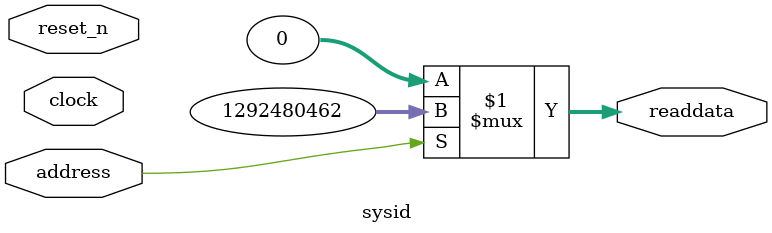
<source format=v>

`timescale 1ns / 1ps
// synthesis translate_on

// turn off superfluous verilog processor warnings 
// altera message_level Level1 
// altera message_off 10034 10035 10036 10037 10230 10240 10030 

module sysid (
               // inputs:
                address,
                clock,
                reset_n,

               // outputs:
                readdata
             )
;

  output  [ 31: 0] readdata;
  input            address;
  input            clock;
  input            reset_n;

  wire    [ 31: 0] readdata;
  //control_slave, which is an e_avalon_slave
  assign readdata = address ? 1292480462 : 0;

endmodule


</source>
